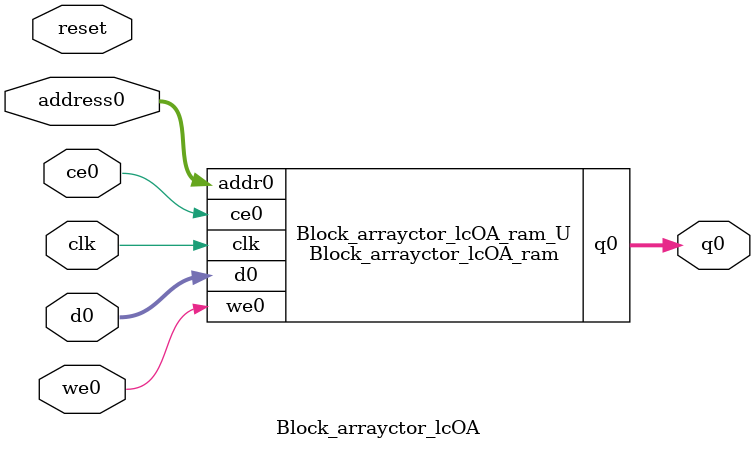
<source format=v>
`timescale 1 ns / 1 ps
module Block_arrayctor_lcOA_ram (addr0, ce0, d0, we0, q0,  clk);

parameter DWIDTH = 5;
parameter AWIDTH = 6;
parameter MEM_SIZE = 64;

input[AWIDTH-1:0] addr0;
input ce0;
input[DWIDTH-1:0] d0;
input we0;
output reg[DWIDTH-1:0] q0;
input clk;

(* ram_style = "distributed" *)reg [DWIDTH-1:0] ram[0:MEM_SIZE-1];




always @(posedge clk)  
begin 
    if (ce0) begin
        if (we0) 
            ram[addr0] <= d0; 
        q0 <= ram[addr0];
    end
end


endmodule

`timescale 1 ns / 1 ps
module Block_arrayctor_lcOA(
    reset,
    clk,
    address0,
    ce0,
    we0,
    d0,
    q0);

parameter DataWidth = 32'd5;
parameter AddressRange = 32'd64;
parameter AddressWidth = 32'd6;
input reset;
input clk;
input[AddressWidth - 1:0] address0;
input ce0;
input we0;
input[DataWidth - 1:0] d0;
output[DataWidth - 1:0] q0;



Block_arrayctor_lcOA_ram Block_arrayctor_lcOA_ram_U(
    .clk( clk ),
    .addr0( address0 ),
    .ce0( ce0 ),
    .we0( we0 ),
    .d0( d0 ),
    .q0( q0 ));

endmodule


</source>
